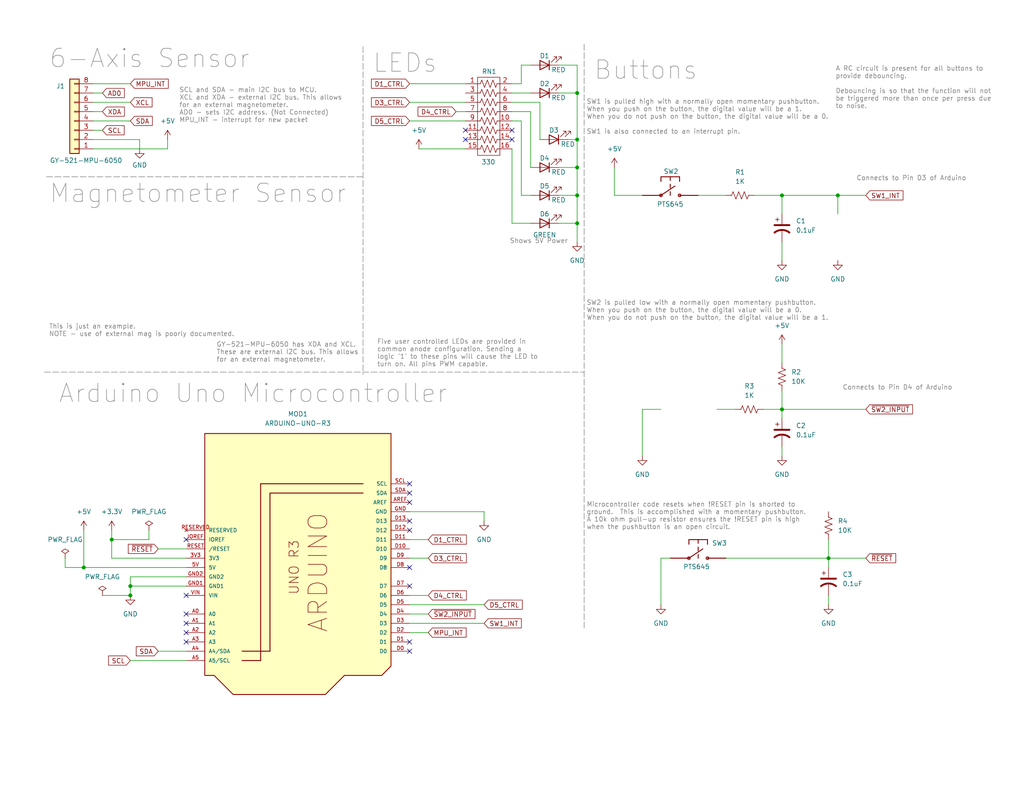
<source format=kicad_sch>
(kicad_sch (version 20230121) (generator eeschema)
  (paper "USLetter")
  (title_block (title "Week 3 Electrical Training Schematic") (date "2023-10-11") (rev "1.0") (company "RoboJackets"))
  (lib_symbols
    (symbol "Connector_Generic:Conn_01x08" (pin_names (offset 1.016) hide)
      (property "Reference" "J" (at 0 10.16 0))
      (property "Value" "Conn_01x08" (at 0 -12.7 0))
      (symbol "Conn_01x08_1_1"
        (rectangle (start -1.27 -10.033) (end 0 -10.287) (stroke (width 0.1524)))
        (rectangle (start -1.27 -7.493) (end 0 -7.747) (stroke (width 0.1524)))
        (rectangle (start -1.27 -4.953) (end 0 -5.207) (stroke (width 0.1524)))
        (rectangle (start -1.27 -2.413) (end 0 -2.667) (stroke (width 0.1524)))
        (rectangle (start -1.27 0.127) (end 0 -0.127) (stroke (width 0.1524)))
        (rectangle (start -1.27 2.667) (end 0 2.413) (stroke (width 0.1524)))
        (rectangle (start -1.27 5.207) (end 0 4.953) (stroke (width 0.1524)))
        (rectangle (start -1.27 7.747) (end 0 7.493) (stroke (width 0.1524)))
        (rectangle (start -1.27 8.89) (end 1.27 -11.43) (stroke (width 0.254)) (fill (type background)))
        (pin passive line (at -5.08 7.62 0) (length 3.81) (name "Pin_1") (number "1"))
        (pin passive line (at -5.08 5.08 0) (length 3.81) (name "Pin_2") (number "2"))
        (pin passive line (at -5.08 2.54 0) (length 3.81) (name "Pin_3") (number "3"))
        (pin passive line (at -5.08 0 0) (length 3.81) (name "Pin_4") (number "4"))
        (pin passive line (at -5.08 -2.54 0) (length 3.81) (name "Pin_5") (number "5"))
        (pin passive line (at -5.08 -5.08 0) (length 3.81) (name "Pin_6") (number "6"))
        (pin passive line (at -5.08 -7.62 0) (length 3.81) (name "Pin_7") (number "7"))
        (pin passive line (at -5.08 -10.16 0) (length 3.81) (name "Pin_8") (number "8"))
      )
    )
    (symbol "Device:C_Polarized_US" (pin_numbers hide) (pin_names (offset 0.254) hide)
      (property "Reference" "C" (at 0.635 2.54 0))
      (property "Value" "C_Polarized_US" (at 0.635 -2.54 0))
      (symbol "C_Polarized_US_0_1"
        (polyline (pts (xy -2.032 0.762) (xy 2.032 0.762)) (stroke (width 0.508)))
        (polyline (pts (xy -1.778 2.286) (xy -0.762 2.286)))
        (polyline (pts (xy -1.27 1.778) (xy -1.27 2.794)))
        (arc (start 2.032 -1.27) (mid 0 -0.5572) (end -2.032 -1.27) (stroke (width 0.508)))
      )
      (symbol "C_Polarized_US_1_1"
        (pin passive line (at 0 3.81 270) (length 2.794) (name "~") (number "1"))
        (pin passive line (at 0 -3.81 90) (length 3.302) (name "~") (number "2"))
      )
    )
    (symbol "Device:LED" (pin_numbers hide) (pin_names (offset 1.016) hide)
      (property "Reference" "D" (at 0 2.54 0))
      (property "Value" "LED" (at 0 -2.54 0))
      (symbol "LED_0_1"
        (polyline (pts (xy -1.27 -1.27) (xy -1.27 1.27)) (stroke (width 0.254)))
        (polyline (pts (xy -1.27 0) (xy 1.27 0)))
        (polyline (pts (xy 1.27 -1.27) (xy 1.27 1.27) (xy -1.27 0) (xy 1.27 -1.27)) (stroke (width 0.254)))
        (polyline (pts (xy -3.048 -0.762) (xy -4.572 -2.286) (xy -3.81 -2.286) (xy -4.572 -2.286) (xy -4.572 -1.524)))
        (polyline (pts (xy -1.778 -0.762) (xy -3.302 -2.286) (xy -2.54 -2.286) (xy -3.302 -2.286) (xy -3.302 -1.524)))
      )
      (symbol "LED_1_1"
        (pin passive line (at -3.81 0 0) (length 2.54) (name "K") (number "1"))
        (pin passive line (at 3.81 0 180) (length 2.54) (name "A") (number "2"))
      )
    )
    (symbol "Device:R_US" (pin_numbers hide) (pin_names (offset 0))
      (property "Reference" "R" (at 2.54 0 90))
      (property "Value" "R_US" (at -2.54 0 90))
      (symbol "R_US_0_1"
        (polyline (pts (xy 0 -2.286) (xy 0 -2.54)))
        (polyline (pts (xy 0 2.286) (xy 0 2.54)))
        (polyline (pts (xy 0 -0.762) (xy 1.016 -1.143) (xy 0 -1.524) (xy -1.016 -1.905) (xy 0 -2.286)))
        (polyline (pts (xy 0 0.762) (xy 1.016 0.381) (xy 0 0) (xy -1.016 -0.381) (xy 0 -0.762)))
        (polyline (pts (xy 0 2.286) (xy 1.016 1.905) (xy 0 1.524) (xy -1.016 1.143) (xy 0 0.762)))
      )
      (symbol "R_US_1_1"
        (pin passive line (at 0 3.81 270) (length 1.27) (name "~") (number "1"))
        (pin passive line (at 0 -3.81 90) (length 1.27) (name "~") (number "2"))
      )
    )
    (symbol "PTS645_2" (pin_names (offset 1.016))
      (property "Reference" "SW" (at -2.54 -2.54 0))
      (property "Value" "PTS645" (at 0.508 5.969 0))
      (symbol "PTS645_2_0_0"
        (circle (center -2.54 0) (radius 0.3592) (stroke (width 0.254)))
        (polyline (pts (xy -7.62 0) (xy -2.54 0)) (stroke (width 0.254)))
        (polyline (pts (xy -2.54 0) (xy 1.27 2.54)) (stroke (width 0.254)))
        (polyline (pts (xy -2.54 3.81) (xy -2.54 5.08)) (stroke (width 0.254)))
        (polyline (pts (xy -2.54 5.08) (xy 0 5.08)) (stroke (width 0.254)))
        (polyline (pts (xy 0 0) (xy 0 1.016)) (stroke (width 0.254)))
        (polyline (pts (xy 0 2.032) (xy 0 3.048)) (stroke (width 0.254)))
        (polyline (pts (xy 0 4.064) (xy 0 5.08)) (stroke (width 0.254)))
        (polyline (pts (xy 0 5.08) (xy 2.54 5.08)) (stroke (width 0.254)))
        (polyline (pts (xy 2.54 0) (xy 7.62 0)) (stroke (width 0.254)))
        (polyline (pts (xy 2.54 5.08) (xy 2.54 3.81)) (stroke (width 0.254)))
        (circle (center 2.54 0) (radius 0.3592) (stroke (width 0.254)))
      )
      (symbol "PTS645_2_1_0"
        (pin passive line (at -7.62 0 0) (length 5.08) hide (name "~") (number "1"))
        (pin passive line (at -7.62 0 0) (length 5.08) hide (name "~") (number "2"))
        (pin passive line (at 7.62 0 180) (length 5.08) hide (name "~") (number "3"))
        (pin passive line (at 7.62 0 180) (length 5.08) hide (name "~") (number "4"))
      )
    )
    (symbol "RoboJackets:ARDUINO-UNO-R3" (pin_names (offset 1.016))
      (property "Reference" "MOD" (at 30.861 -41.656 90))
      (property "Value" "ARDUINO-UNO-R3" (at -2.794 36.322 0))
      (symbol "ARDUINO-UNO-R3_0_0"
        (polyline (pts (xy -10.16 -27.94) (xy -15.24 -27.94)) (stroke (width 0.254)))
        (polyline (pts (xy -10.16 20.32) (xy -10.16 -27.94)) (stroke (width 0.254)))
        (polyline (pts (xy -7.62 -25.4) (xy -15.24 -25.4)) (stroke (width 0.254)))
        (polyline (pts (xy -7.62 17.78) (xy -7.62 -25.4)) (stroke (width 0.254)))
        (polyline (pts (xy 17.78 17.78) (xy -7.62 17.78)) (stroke (width 0.254)))
        (polyline (pts (xy 17.78 20.32) (xy -10.16 20.32)) (stroke (width 0.254)))
        (text "ARDUINO" (at 2.54 12.7 900) (effects (font (size 5.08 5.08)) (justify right top)))
        (text "UNO R3" (at -2.54 5.08 900) (effects (font (size 2.54 2.54)) (justify right top)))
        (pin power_in line (at -30.48 -2.54 0) (length 5.08) (name "5V") (number "5V"))
        (pin bidirectional line (at -30.48 -15.24 0) (length 5.08) (name "A0") (number "A0"))
        (pin bidirectional line (at -30.48 -17.78 0) (length 5.08) (name "A1") (number "A1"))
        (pin bidirectional line (at -30.48 -20.32 0) (length 5.08) (name "A2") (number "A2"))
        (pin bidirectional line (at -30.48 -22.86 0) (length 5.08) (name "A3") (number "A3"))
        (pin bidirectional line (at -30.48 -25.4 0) (length 5.08) (name "A4/SDA") (number "A4"))
        (pin bidirectional line (at -30.48 -27.94 0) (length 5.08) (name "A5/SCL") (number "A5"))
        (pin bidirectional line (at 30.48 15.24 180) (length 5.08) (name "AREF") (number "AREF"))
        (pin bidirectional line (at 30.48 -25.4 180) (length 5.08) (name "D0") (number "D0"))
        (pin bidirectional line (at 30.48 -22.86 180) (length 5.08) (name "D1") (number "D1"))
        (pin bidirectional line (at 30.48 2.54 180) (length 5.08) (name "D10") (number "D10"))
        (pin bidirectional line (at 30.48 5.08 180) (length 5.08) (name "D11") (number "D11"))
        (pin bidirectional line (at 30.48 7.62 180) (length 5.08) (name "D12") (number "D12"))
        (pin bidirectional line (at 30.48 10.16 180) (length 5.08) (name "D13") (number "D13"))
        (pin bidirectional line (at 30.48 -20.32 180) (length 5.08) (name "D2") (number "D2"))
        (pin bidirectional line (at 30.48 -17.78 180) (length 5.08) (name "D3") (number "D3"))
        (pin bidirectional line (at 30.48 -15.24 180) (length 5.08) (name "D4") (number "D4"))
        (pin bidirectional line (at 30.48 -12.7 180) (length 5.08) (name "D5") (number "D5"))
        (pin bidirectional line (at 30.48 -10.16 180) (length 5.08) (name "D6") (number "D6"))
        (pin bidirectional line (at 30.48 -7.62 180) (length 5.08) (name "D7") (number "D7"))
        (pin bidirectional line (at 30.48 -2.54 180) (length 5.08) (name "D8") (number "D8"))
        (pin bidirectional line (at 30.48 0 180) (length 5.08) (name "D9") (number "D9"))
        (pin power_in line (at 30.48 12.7 180) (length 5.08) (name "GND") (number "GND"))
        (pin power_in line (at -30.48 -7.62 0) (length 5.08) (name "GND1") (number "GND1"))
        (pin power_in line (at -30.48 -5.08 0) (length 5.08) (name "GND2") (number "GND2"))
        (pin output line (at -30.48 5.08 0) (length 5.08) (name "IOREF") (number "IOREF"))
        (pin no_connect line (at -30.48 7.62 0) (length 5.08) (name "RESERVED") (number "RESERVED"))
        (pin bidirectional line (at -30.48 2.54 0) (length 5.08) (name "/RESET") (number "RESET"))
        (pin bidirectional line (at 30.48 20.32 180) (length 5.08) (name "SCL") (number "SCL"))
        (pin bidirectional line (at 30.48 17.78 180) (length 5.08) (name "SDA") (number "SDA"))
        (pin power_in line (at -30.48 -10.16 0) (length 5.08) (name "VIN") (number "VIN"))
      )
      (symbol "ARDUINO-UNO-R3_1_0"
        (pin power_in line (at -30.48 0 0) (length 5.08) (name "3V3") (number "3V3"))
      )
      (symbol "ARDUINO-UNO-R3_1_1"
        (polyline (pts (xy 25.4 34.036) (xy -25.4 34.036) (xy -25.4 -32.004) (xy -22.86 -32.004) (xy -17.653 -37.211) (xy 7.493 -37.211) (xy 12.7 -32.004) (xy 22.86 -32.004) (xy 25.4 -29.464) (xy 25.4 34.036)) (stroke (width 0.254)) (fill (type background)))
      )
    )
    (symbol "RoboJackets:PTS645" (pin_names (offset 1.016))
      (property "Reference" "SW" (at -2.54 -2.54 0))
      (property "Value" "PTS645" (at 0.508 5.969 0))
      (symbol "PTS645_0_0"
        (circle (center -2.54 0) (radius 0.3592) (stroke (width 0.254)))
        (polyline (pts (xy -7.62 0) (xy -2.54 0)) (stroke (width 0.254)))
        (polyline (pts (xy -2.54 0) (xy 1.27 2.54)) (stroke (width 0.254)))
        (polyline (pts (xy -2.54 3.81) (xy -2.54 5.08)) (stroke (width 0.254)))
        (polyline (pts (xy -2.54 5.08) (xy 0 5.08)) (stroke (width 0.254)))
        (polyline (pts (xy 0 0) (xy 0 1.016)) (stroke (width 0.254)))
        (polyline (pts (xy 0 2.032) (xy 0 3.048)) (stroke (width 0.254)))
        (polyline (pts (xy 0 4.064) (xy 0 5.08)) (stroke (width 0.254)))
        (polyline (pts (xy 0 5.08) (xy 2.54 5.08)) (stroke (width 0.254)))
        (polyline (pts (xy 2.54 0) (xy 7.62 0)) (stroke (width 0.254)))
        (polyline (pts (xy 2.54 5.08) (xy 2.54 3.81)) (stroke (width 0.254)))
        (circle (center 2.54 0) (radius 0.3592) (stroke (width 0.254)))
      )
      (symbol "PTS645_1_0"
        (pin passive line (at -7.62 0 0) (length 5.08) hide (name "~") (number "1"))
        (pin passive line (at -7.62 0 0) (length 5.08) hide (name "~") (number "2"))
        (pin passive line (at 7.62 0 180) (length 5.08) hide (name "~") (number "3"))
        (pin passive line (at 7.62 0 180) (length 5.08) hide (name "~") (number "4"))
      )
    )
    (symbol "RoboJackets:R_Pack8_US"
      (property "Reference" "RN" (at 1.2192 2.794 0))
      (property "Value" "R_Pack8_US" (at 1.3208 -21.0566 0))
      (symbol "R_Pack8_US_0_1"
        (rectangle (start -1.778 1.778) (end 4.318 -19.558))
        (polyline (pts (xy -1.016 -17.78) (xy -1.27 -17.78)))
        (polyline (pts (xy -1.016 -15.24) (xy -1.27 -15.24)))
        (polyline (pts (xy -1.016 -12.7) (xy -1.27 -12.7)))
        (polyline (pts (xy -1.016 -10.16) (xy -1.27 -10.16)))
        (polyline (pts (xy -1.016 -7.62) (xy -1.27 -7.62)))
        (polyline (pts (xy -1.016 -5.08) (xy -1.27 -5.08)))
        (polyline (pts (xy -1.016 -2.54) (xy -1.27 -2.54)))
        (polyline (pts (xy -1.016 0) (xy -1.27 0)))
        (polyline (pts (xy 3.556 -17.78) (xy 3.81 -17.78)))
        (polyline (pts (xy 3.556 -15.24) (xy 3.81 -15.24)))
        (polyline (pts (xy 3.556 -12.7) (xy 3.81 -12.7)))
        (polyline (pts (xy 3.556 -10.16) (xy 3.81 -10.16)))
        (polyline (pts (xy 3.556 -7.62) (xy 3.81 -7.62)))
        (polyline (pts (xy 3.556 -5.08) (xy 3.81 -5.08)))
        (polyline (pts (xy 3.556 -2.54) (xy 3.81 -2.54)))
        (polyline (pts (xy 3.556 0) (xy 3.81 0)))
        (polyline (pts (xy -1.016 -17.78) (xy -0.635 -16.764) (xy -0.254 -17.78) (xy 0.127 -18.796) (xy 0.508 -17.78)))
        (polyline (pts (xy -1.016 -15.24) (xy -0.635 -14.224) (xy -0.254 -15.24) (xy 0.127 -16.256) (xy 0.508 -15.24)))
        (polyline (pts (xy -1.016 -12.7) (xy -0.635 -11.684) (xy -0.254 -12.7) (xy 0.127 -13.716) (xy 0.508 -12.7)))
        (polyline (pts (xy -1.016 -10.16) (xy -0.635 -9.144) (xy -0.254 -10.16) (xy 0.127 -11.176) (xy 0.508 -10.16)))
        (polyline (pts (xy -1.016 -7.62) (xy -0.635 -6.604) (xy -0.254 -7.62) (xy 0.127 -8.636) (xy 0.508 -7.62)))
        (polyline (pts (xy -1.016 -5.08) (xy -0.635 -4.064) (xy -0.254 -5.08) (xy 0.127 -6.096) (xy 0.508 -5.08)))
        (polyline (pts (xy -1.016 -2.54) (xy -0.635 -1.524) (xy -0.254 -2.54) (xy 0.127 -3.556) (xy 0.508 -2.54)))
        (polyline (pts (xy -1.016 0) (xy -0.635 1.016) (xy -0.254 0) (xy 0.127 -1.016) (xy 0.508 0)))
        (polyline (pts (xy 0.508 -17.78) (xy 0.889 -16.764) (xy 1.27 -17.78) (xy 1.651 -18.796) (xy 2.032 -17.78)))
        (polyline (pts (xy 0.508 -15.24) (xy 0.889 -14.224) (xy 1.27 -15.24) (xy 1.651 -16.256) (xy 2.032 -15.24)))
        (polyline (pts (xy 0.508 -12.7) (xy 0.889 -11.684) (xy 1.27 -12.7) (xy 1.651 -13.716) (xy 2.032 -12.7)))
        (polyline (pts (xy 0.508 -10.16) (xy 0.889 -9.144) (xy 1.27 -10.16) (xy 1.651 -11.176) (xy 2.032 -10.16)))
        (polyline (pts (xy 0.508 -7.62) (xy 0.889 -6.604) (xy 1.27 -7.62) (xy 1.651 -8.636) (xy 2.032 -7.62)))
        (polyline (pts (xy 0.508 -5.08) (xy 0.889 -4.064) (xy 1.27 -5.08) (xy 1.651 -6.096) (xy 2.032 -5.08)))
        (polyline (pts (xy 0.508 -2.54) (xy 0.889 -1.524) (xy 1.27 -2.54) (xy 1.651 -3.556) (xy 2.032 -2.54)))
        (polyline (pts (xy 0.508 0) (xy 0.889 1.016) (xy 1.27 0) (xy 1.651 -1.016) (xy 2.032 0)))
        (polyline (pts (xy 2.032 -17.78) (xy 2.413 -16.764) (xy 2.794 -17.78) (xy 3.175 -18.796) (xy 3.556 -17.78)))
        (polyline (pts (xy 2.032 -15.24) (xy 2.413 -14.224) (xy 2.794 -15.24) (xy 3.175 -16.256) (xy 3.556 -15.24)))
        (polyline (pts (xy 2.032 -12.7) (xy 2.413 -11.684) (xy 2.794 -12.7) (xy 3.175 -13.716) (xy 3.556 -12.7)))
        (polyline (pts (xy 2.032 -10.16) (xy 2.413 -9.144) (xy 2.794 -10.16) (xy 3.175 -11.176) (xy 3.556 -10.16)))
        (polyline (pts (xy 2.032 -7.62) (xy 2.413 -6.604) (xy 2.794 -7.62) (xy 3.175 -8.636) (xy 3.556 -7.62)))
        (polyline (pts (xy 2.032 -5.08) (xy 2.413 -4.064) (xy 2.794 -5.08) (xy 3.175 -6.096) (xy 3.556 -5.08)))
        (polyline (pts (xy 2.032 -2.54) (xy 2.413 -1.524) (xy 2.794 -2.54) (xy 3.175 -3.556) (xy 3.556 -2.54)))
        (polyline (pts (xy 2.032 0) (xy 2.413 1.016) (xy 2.794 0) (xy 3.175 -1.016) (xy 3.556 0)))
      )
      (symbol "R_Pack8_US_1_1"
        (pin passive line (at -5.08 0 0) (length 3.81) (name "~") (number "1"))
        (pin passive line (at 7.62 -10.16 180) (length 3.81) (name "~") (number "10"))
        (pin passive line (at -5.08 -12.7 0) (length 3.81) (name "~") (number "11"))
        (pin passive line (at 7.62 -12.7 180) (length 3.81) (name "~") (number "12"))
        (pin passive line (at -5.08 -15.24 0) (length 3.81) (name "~") (number "13"))
        (pin passive line (at 7.62 -15.24 180) (length 3.81) (name "~") (number "14"))
        (pin passive line (at -5.08 -17.78 0) (length 3.81) (name "~") (number "15"))
        (pin passive line (at 7.62 -17.78 180) (length 3.81) (name "~") (number "16"))
        (pin passive line (at 7.62 0 180) (length 3.81) (name "~") (number "2"))
        (pin passive line (at -5.08 -2.54 0) (length 3.81) (name "~") (number "3"))
        (pin passive line (at 7.62 -2.54 180) (length 3.81) (name "~") (number "4"))
        (pin passive line (at -5.08 -5.08 0) (length 3.81) (name "~") (number "5"))
        (pin passive line (at 7.62 -5.08 180) (length 3.81) (name "~") (number "6"))
        (pin passive line (at -5.08 -7.62 0) (length 3.81) (name "~") (number "7"))
        (pin passive line (at 7.62 -7.62 180) (length 3.81) (name "~") (number "8"))
        (pin passive line (at -5.08 -10.16 0) (length 3.81) (name "~") (number "9"))
      )
    )
    (symbol "power:+3.3V" (power) (pin_names (offset 0))
      (property "Value" "+3.3V" (at 0 3.556 0))
      (symbol "+3.3V_0_1"
        (polyline (pts (xy -0.762 1.27) (xy 0 2.54)))
        (polyline (pts (xy 0 0) (xy 0 2.54)))
        (polyline (pts (xy 0 2.54) (xy 0.762 1.27)))
      )
      (symbol "+3.3V_1_1"
        (pin power_in line (at 0 0 90) (length 0) hide (name "+3.3V") (number "1"))
      )
    )
    (symbol "power:+5V" (power) (pin_names (offset 0))
      (property "Value" "+5V" (at 0 3.556 0))
      (symbol "+5V_0_1"
        (polyline (pts (xy -0.762 1.27) (xy 0 2.54)))
        (polyline (pts (xy 0 0) (xy 0 2.54)))
        (polyline (pts (xy 0 2.54) (xy 0.762 1.27)))
      )
      (symbol "+5V_1_1"
        (pin power_in line (at 0 0 90) (length 0) hide (name "+5V") (number "1"))
      )
    )
    (symbol "power:GND" (power) (pin_names (offset 0))
      (property "Value" "GND" (at 0 -3.81 0))
      (symbol "GND_0_1"
        (polyline (pts (xy 0 0) (xy 0 -1.27) (xy 1.27 -1.27) (xy 0 -2.54) (xy -1.27 -1.27) (xy 0 -1.27)))
      )
      (symbol "GND_1_1"
        (pin power_in line (at 0 0 270) (length 0) hide (name "GND") (number "1"))
      )
    )
    (symbol "power:PWR_FLAG" (power) (pin_numbers hide) (pin_names (offset 0) hide)
      (property "Value" "PWR_FLAG" (at 0 3.81 0))
      (symbol "PWR_FLAG_0_0"
        (pin power_out line (at 0 0 90) (length 0) (name "pwr") (number "1"))
      )
      (symbol "PWR_FLAG_0_1"
        (polyline (pts (xy 0 0) (xy 0 1.27) (xy -1.016 1.905) (xy 0 2.54) (xy 1.016 1.905) (xy 0 1.27)))
      )
    )
  )
  (junction (at 22.86 154.94))
  (junction (at 213.36 111.76))
  (junction (at 157.48 53.34))
  (junction (at 35.56 162.56))
  (junction (at 157.48 45.72))
  (junction (at 226.06 152.4))
  (junction (at 157.48 38.1))
  (junction (at 213.36 53.34))
  (junction (at 157.48 60.96))
  (junction (at 35.56 160.02))
  (junction (at 157.48 25.4))
  (junction (at 228.6 53.34))
  (junction (at 30.48 147.32))
  (no_connect (at 111.76 134.62))
  (no_connect (at 50.8 175.26))
  (no_connect (at 127 35.56))
  (no_connect (at 139.7 38.1))
  (no_connect (at 50.8 167.64))
  (no_connect (at 111.76 142.24))
  (no_connect (at 111.76 177.8))
  (no_connect (at 111.76 160.02))
  (no_connect (at 111.76 137.16))
  (no_connect (at 50.8 170.18))
  (no_connect (at 139.7 35.56))
  (no_connect (at 50.8 162.56))
  (no_connect (at 111.76 175.26))
  (no_connect (at 50.8 147.32))
  (no_connect (at 111.76 144.78))
  (no_connect (at 111.76 132.08))
  (no_connect (at 50.8 172.72))
  (no_connect (at 111.76 154.94))
  (no_connect (at 127 38.1))
  (wire (pts (xy 27.94 162.56) (xy 35.56 162.56)))
  (wire (pts (xy 175.26 111.76) (xy 175.26 124.46)))
  (wire (pts (xy 30.48 152.4) (xy 30.48 147.32)))
  (wire (pts (xy 157.48 60.96) (xy 157.48 66.04)))
  (wire (pts (xy 111.76 172.72) (xy 116.84 172.72)))
  (wire (pts (xy 142.24 22.86) (xy 139.7 22.86)))
  (wire (pts (xy 127 40.64) (xy 114.3 40.64)))
  (wire (pts (xy 213.36 106.68) (xy 213.36 111.76)))
  (wire (pts (xy 111.76 147.32) (xy 116.84 147.32)))
  (wire (pts (xy 124.46 30.48) (xy 127 30.48)))
  (wire (pts (xy 144.78 30.48) (xy 139.7 30.48)))
  (wire (pts (xy 35.56 157.48) (xy 50.8 157.48)))
  (wire (pts (xy 35.56 157.48) (xy 35.56 160.02)))
  (wire (pts (xy 25.4 33.02) (xy 35.56 33.02)))
  (wire (pts (xy 25.4 35.56) (xy 27.94 35.56)))
  (wire (pts (xy 22.86 154.94) (xy 22.86 144.78)))
  (wire (pts (xy 25.4 40.64) (xy 45.72 40.64)))
  (wire (pts (xy 152.4 53.34) (xy 157.48 53.34)))
  (polyline (pts (xy 159.385 12.065) (xy 159.385 171.831)) (stroke (width 0) (type dash) (color 128 128 128 1)))
  (wire (pts (xy 175.26 111.76) (xy 180.34 111.76)))
  (wire (pts (xy 111.76 22.86) (xy 127 22.86)))
  (wire (pts (xy 180.34 152.4) (xy 180.34 165.1)))
  (wire (pts (xy 142.24 17.78) (xy 144.78 17.78)))
  (wire (pts (xy 139.7 25.4) (xy 144.78 25.4)))
  (wire (pts (xy 226.06 162.56) (xy 226.06 165.1)))
  (wire (pts (xy 139.7 60.96) (xy 139.7 40.64)))
  (wire (pts (xy 111.76 27.94) (xy 127 27.94)))
  (wire (pts (xy 25.4 27.94) (xy 35.56 27.94)))
  (wire (pts (xy 144.78 60.96) (xy 139.7 60.96)))
  (wire (pts (xy 226.06 152.4) (xy 236.22 152.4)))
  (wire (pts (xy 35.56 160.02) (xy 35.56 162.56)))
  (wire (pts (xy 213.36 53.34) (xy 213.36 58.42)))
  (wire (pts (xy 111.76 165.1) (xy 132.08 165.1)))
  (wire (pts (xy 17.78 152.4) (xy 17.78 154.94)))
  (wire (pts (xy 190.5 53.34) (xy 198.12 53.34)))
  (wire (pts (xy 111.76 170.18) (xy 132.08 170.18)))
  (wire (pts (xy 213.36 53.34) (xy 228.6 53.34)))
  (wire (pts (xy 167.64 45.72) (xy 167.64 53.34)))
  (wire (pts (xy 208.28 111.76) (xy 213.36 111.76)))
  (wire (pts (xy 43.18 149.86) (xy 50.8 149.86)))
  (wire (pts (xy 17.78 154.94) (xy 22.86 154.94)))
  (wire (pts (xy 213.36 121.92) (xy 213.36 124.46)))
  (wire (pts (xy 226.06 147.32) (xy 226.06 152.4)))
  (wire (pts (xy 157.48 38.1) (xy 157.48 45.72)))
  (wire (pts (xy 198.12 152.4) (xy 226.06 152.4)))
  (wire (pts (xy 35.56 160.02) (xy 50.8 160.02)))
  (wire (pts (xy 157.48 17.78) (xy 152.4 17.78)))
  (wire (pts (xy 25.4 25.4) (xy 27.94 25.4)))
  (wire (pts (xy 152.4 45.72) (xy 157.48 45.72)))
  (polyline (pts (xy 12.7 48.26) (xy 99.06 48.26)) (stroke (width 0) (type dash) (color 128 128 128 1)))
  (polyline (pts (xy 12.065 101.6) (xy 159.385 101.6)) (stroke (width 0) (type dash) (color 128 128 128 1)))
  (wire (pts (xy 213.36 66.04) (xy 213.36 71.12)))
  (wire (pts (xy 144.78 53.34) (xy 142.24 53.34)))
  (wire (pts (xy 167.64 53.34) (xy 175.26 53.34)))
  (wire (pts (xy 142.24 17.78) (xy 142.24 22.86)))
  (wire (pts (xy 30.48 147.32) (xy 30.48 144.78)))
  (wire (pts (xy 45.72 40.64) (xy 45.72 38.1)))
  (wire (pts (xy 157.48 45.72) (xy 157.48 53.34)))
  (wire (pts (xy 111.76 162.56) (xy 116.84 162.56)))
  (wire (pts (xy 152.4 25.4) (xy 157.48 25.4)))
  (wire (pts (xy 111.76 33.02) (xy 127 33.02)))
  (wire (pts (xy 154.94 38.1) (xy 157.48 38.1)))
  (wire (pts (xy 226.06 152.4) (xy 226.06 154.94)))
  (wire (pts (xy 144.78 45.72) (xy 144.78 30.48)))
  (wire (pts (xy 132.08 139.7) (xy 132.08 142.24)))
  (wire (pts (xy 228.6 53.34) (xy 236.22 53.34)))
  (wire (pts (xy 195.58 111.76) (xy 200.66 111.76)))
  (wire (pts (xy 111.76 152.4) (xy 116.84 152.4)))
  (wire (pts (xy 213.36 111.76) (xy 213.36 114.3)))
  (wire (pts (xy 228.6 53.34) (xy 228.6 58.42)))
  (wire (pts (xy 213.36 111.76) (xy 236.22 111.76)))
  (wire (pts (xy 142.24 33.02) (xy 139.7 33.02)))
  (wire (pts (xy 25.4 22.86) (xy 35.56 22.86)))
  (wire (pts (xy 142.24 53.34) (xy 142.24 33.02)))
  (wire (pts (xy 111.76 167.64) (xy 116.84 167.64)))
  (wire (pts (xy 43.18 177.8) (xy 50.8 177.8)))
  (wire (pts (xy 30.48 152.4) (xy 50.8 152.4)))
  (polyline (pts (xy 99.06 12.7) (xy 99.06 102.235)) (stroke (width 0) (type dash) (color 128 128 128 1)))
  (wire (pts (xy 25.4 38.1) (xy 38.1 38.1)))
  (wire (pts (xy 111.76 139.7) (xy 132.08 139.7)))
  (wire (pts (xy 40.64 144.78) (xy 40.64 147.32)))
  (wire (pts (xy 147.32 27.94) (xy 147.32 38.1)))
  (wire (pts (xy 25.4 30.48) (xy 27.94 30.48)))
  (wire (pts (xy 152.4 60.96) (xy 157.48 60.96)))
  (wire (pts (xy 157.48 53.34) (xy 157.48 60.96)))
  (wire (pts (xy 157.48 25.4) (xy 157.48 17.78)))
  (wire (pts (xy 205.74 53.34) (xy 213.36 53.34)))
  (wire (pts (xy 35.56 180.34) (xy 50.8 180.34)))
  (wire (pts (xy 182.88 152.4) (xy 180.34 152.4)))
  (wire (pts (xy 40.64 147.32) (xy 30.48 147.32)))
  (wire (pts (xy 157.48 25.4) (xy 157.48 38.1)))
  (wire (pts (xy 147.32 27.94) (xy 139.7 27.94)))
  (wire (pts (xy 38.1 38.1) (xy 38.1 40.64)))
  (wire (pts (xy 213.36 93.98) (xy 213.36 99.06)))
  (wire (pts (xy 22.86 154.94) (xy 50.8 154.94)))
  (text "Magnetometer Sensor" (at 13.335 55.88 0) (effects (font (size 5 5)) (justify left bottom)))
  (text "Shows 5V Power" (at 139.065 66.675 0) (effects (font (size 1.27 1.27)) (justify left bottom)))
  (text "SW1 is pulled high with a normally open momentary pushbutton. \nWhen you push on the button, the digital value will be a 1.\nWhen you do not push on the button, the digital value will be a 0.\n\nSW1 is also connected to an interrupt pin." (at 160.02 36.83 0) (effects (font (size 1.27 1.27)) (justify left bottom)))
  (text "Buttons" (at 161.925 22.225 0) (effects (font (size 5 5)) (justify left bottom)))
  (text "Arduino Uno Microcontroller" (at 15.875 110.49 0) (effects (font (size 5 5)) (justify left bottom)))
  (text "This is just an example.\nNOTE - use of external mag is poorly documented." (at 13.335 92.075 0) (effects (font (size 1.27 1.27)) (justify left bottom)))
  (text "GY-521-MPU-6050 has XDA and XCL. \nThese are external I2C bus. This allows \nfor an external magnetometer." (at 59.055 99.06 0) (effects (font (size 1.27 1.27)) (justify left bottom)))
  (text "LEDs" (at 101.6 20.32 0) (effects (font (size 5 5)) (justify left bottom)))
  (text "A RC circuit is present for all buttons to \nprovide debouncing.\n\nDebouncing is so that the function will not \nbe triggered more than once per press due \nto noise." (at 227.965 29.845 0) (effects (font (size 1.27 1.27)) (justify left bottom)))
  (text "6-Axis Sensor" (at 13.335 19.05 0) (effects (font (size 5 5)) (justify left bottom)))
  (text "Connects to Pin D3 of Arduino" (at 233.68 49.53 0) (effects (font (size 1.27 1.27)) (justify left bottom)))
  (text "SCL and SDA - main I2C bus to MCU. \nXCL and XDA - external I2C bus. This allows \nfor an external magnetometer.\nAD0 - sets I2C address. (Not Connected)\nMPU_INT - interrupt for new packet" (at 48.895 33.655 0) (effects (font (size 1.27 1.27)) (justify left bottom)))
  (text "Five user controlled LEDs are provided in \ncommon anode configuration. Sending a \nlogic '1' to these pins will cause the LED to\nturn on. All pins PWM capable." (at 102.87 100.33 0) (effects (font (size 1.27 1.27)) (justify left bottom)))
  (text "Connects to Pin D4 of Arduino" (at 229.87 106.68 0) (effects (font (size 1.27 1.27)) (justify left bottom)))
  (text "SW2 is pulled low with a normally open momentary pushbutton. \nWhen you push on the button, the digital value will be a 0.\nWhen you do not push on the button, the digital value will be a 1." (at 160.02 87.63 0) (effects (font (size 1.27 1.27)) (justify left bottom)))
  (text "Microcontroller code resets when !RESET pin is shorted to\nground.  This is accomplished with a momentary pushbutton. \nA 10k ohm pull-up resistor ensures the !RESET pin is high\nwhen the pushbutton is an open circuit." (at 160.02 144.78 0) (effects (font (size 1.27 1.27)) (justify left bottom)))
  (global_label "D3_CTRL" (shape input) (at 111.76 27.94 180) (property "Intersheetrefs" "${INTERSHEET_REFS}" (effects hide)))
  (global_label "D4_CTRL" (shape input) (at 116.84 162.56 0) (property "Intersheetrefs" "${INTERSHEET_REFS}" (effects hide)))
  (global_label "SCL" (shape input) (at 27.94 35.56 0) (property "Intersheetrefs" "${INTERSHEET_REFS}" (effects hide)))
  (global_label "~{SW2_INPUT}" (shape input) (at 116.84 167.64 0) (property "Intersheetrefs" "${INTERSHEET_REFS}" (effects hide)))
  (global_label "D1_CTRL" (shape input) (at 116.84 147.32 0) (property "Intersheetrefs" "${INTERSHEET_REFS}" (effects hide)))
  (global_label "SDA" (shape input) (at 35.56 33.02 0) (property "Intersheetrefs" "${INTERSHEET_REFS}" (effects hide)))
  (global_label "D1_CTRL" (shape input) (at 111.76 22.86 180) (property "Intersheetrefs" "${INTERSHEET_REFS}" (effects hide)))
  (global_label "D4_CTRL" (shape input) (at 124.46 30.48 180) (property "Intersheetrefs" "${INTERSHEET_REFS}" (effects hide)))
  (global_label "SW1_INT" (shape input) (at 132.08 170.18 0) (property "Intersheetrefs" "${INTERSHEET_REFS}" (effects hide)))
  (global_label "D5_CTRL" (shape input) (at 132.08 165.1 0) (property "Intersheetrefs" "${INTERSHEET_REFS}" (effects hide)))
  (global_label "D3_CTRL" (shape input) (at 116.84 152.4 0) (property "Intersheetrefs" "${INTERSHEET_REFS}" (effects hide)))
  (global_label "SW1_INT" (shape input) (at 236.22 53.34 0) (property "Intersheetrefs" "${INTERSHEET_REFS}" (effects hide)))
  (global_label "MPU_INT" (shape input) (at 35.56 22.86 0) (property "Intersheetrefs" "${INTERSHEET_REFS}" (effects hide)))
  (global_label "SCL" (shape input) (at 35.56 180.34 180) (property "Intersheetrefs" "${INTERSHEET_REFS}" (effects hide)))
  (global_label "AD0" (shape input) (at 27.94 25.4 0) (property "Intersheetrefs" "${INTERSHEET_REFS}" (effects hide)))
  (global_label "XCL" (shape input) (at 35.56 27.94 0) (property "Intersheetrefs" "${INTERSHEET_REFS}" (effects hide)))
  (global_label "SDA" (shape input) (at 43.18 177.8 180) (property "Intersheetrefs" "${INTERSHEET_REFS}" (effects hide)))
  (global_label "~{SW2_INPUT}" (shape input) (at 236.22 111.76 0) (property "Intersheetrefs" "${INTERSHEET_REFS}" (effects hide)))
  (global_label "~{RESET}" (shape input) (at 43.18 149.86 180) (property "Intersheetrefs" "${INTERSHEET_REFS}" (effects hide)))
  (global_label "~{RESET}" (shape input) (at 236.22 152.4 0) (property "Intersheetrefs" "${INTERSHEET_REFS}" (effects hide)))
  (global_label "MPU_INT" (shape input) (at 116.84 172.72 0) (property "Intersheetrefs" "${INTERSHEET_REFS}" (effects hide)))
  (global_label "XDA" (shape input) (at 27.94 30.48 0) (property "Intersheetrefs" "${INTERSHEET_REFS}" (effects hide)))
  (global_label "D5_CTRL" (shape input) (at 111.76 33.02 180) (property "Intersheetrefs" "${INTERSHEET_REFS}" (effects hide)))
  (symbol (lib_id "power:GND") (at 180.34 165.1 0) (unit 1)
    (property "Reference" "#PWR07" (effects hide))
    (property "Value" "GND" (at 180.34 170.18 0))
  )
  (symbol (lib_id "power:GND") (at 228.6 71.12 0) (unit 1)
    (property "Reference" "#PWR03" (effects hide))
    (property "Value" "GND" (at 228.6 76.2 0))
  )
  (symbol (lib_id "power:PWR_FLAG") (at 27.94 162.56 0) (unit 1)
    (property "Reference" "#FLG03" (effects hide))
    (property "Value" "PWR_FLAG" (at 27.94 157.48 0))
  )
  (symbol (lib_id "Device:R_US") (at 226.06 143.51 0) (unit 1)
    (property "Reference" "R4" (at 228.6 142.24 0) (effects (justify left)))
    (property "Value" "10K" (at 228.6 144.78 0) (effects (justify left)))
  )
  (symbol (lib_id "power:GND") (at 132.08 142.24 0) (unit 1)
    (property "Reference" "#PWR020" (effects hide))
    (property "Value" "GND" (at 132.08 147.32 0))
  )
  (symbol (lib_id "power:PWR_FLAG") (at 17.78 152.4 0) (unit 1)
    (property "Reference" "#FLG01" (effects hide))
    (property "Value" "PWR_FLAG" (at 17.78 147.32 0))
  )
  (symbol (lib_id "Device:LED") (at 148.59 17.78 180) (unit 1)
    (property "Reference" "D1" (at 148.59 15.24 0))
    (property "Value" "RED" (at 152.4 19.05 0))
  )
  (symbol (lib_id "Device:C_Polarized_US") (at 213.36 118.11 0) (unit 1)
    (property "Reference" "C2" (at 217.17 116.205 0) (effects (justify left)))
    (property "Value" "0.1uF" (at 217.17 118.745 0) (effects (justify left)))
  )
  (symbol (lib_id "Device:LED") (at 148.59 45.72 180) (unit 1)
    (property "Reference" "D4" (at 148.59 43.18 0))
    (property "Value" "RED" (at 152.4 46.99 0))
  )
  (symbol (lib_id "power:+5V") (at 114.3 40.64 0) (unit 1)
    (property "Reference" "#PWR013" (effects hide))
    (property "Value" "+5V" (at 114.3 35.56 0))
  )
  (symbol (lib_id "RoboJackets:ARDUINO-UNO-R3") (at 81.28 152.4 0) (unit 1)
    (property "Reference" "MOD1" (at 81.28 113.03 0))
    (property "Value" "ARDUINO-UNO-R3" (at 81.28 115.57 0))
    (property "Footprint" "ARDUINO-UNO-R3:ARDUINO-UNO-R3" (effects hide))
    (property "MF" "Velleman" (effects hide))
    (property "Description" "\nARDUINO UNO REV.3 / BOX (CARTON)\n" (effects hide))
    (property "Package" "Non-Standard Arduino" (effects hide))
    (property "Price" "None" (effects hide))
    (property "SnapEDA_Link" "https://www.snapeda.com/parts/ARDUINO-UNO-R3/Velleman/view-part/?ref=snap" (effects hide))
    (property "MP" "ARDUINO-UNO-R3" (effects hide))
    (property "Availability" "Not in stock" (effects hide))
    (property "Check_prices" "https://www.snapeda.com/parts/ARDUINO-UNO-R3/Velleman/view-part/?ref=eda" (effects hide))
  )
  (symbol (lib_name "PTS645_2") (lib_id "RoboJackets:PTS645") (at 182.88 53.34 0) (unit 1)
    (property "Reference" "SW2" (at 181.0414 46.7994 0) (effects (justify left)))
    (property "Value" "PTS645" (at 179.2329 55.7512 0) (effects (justify left)))
    (property "MF" "C&K" (effects hide))
    (property "Description" "\nTactile Switch SPST-NO Top Actuated Surface Mount\n" (effects hide))
    (property "Package" "None" (effects hide))
    (property "Price" "None" (effects hide))
    (property "SnapEDA_Link" "https://www.snapeda.com/parts/PTS645SM43SMTR/C%2526K/view-part/?ref=snap" (effects hide))
    (property "MP" "PTS645" (effects hide))
    (property "Purchase-URL" "https://www.snapeda.com/api/url_track_click_mouser/?unipart_id=587816&manufacturer=C&amp;K&part_name=PTS645SM43SMTR&search_term=pts645" (effects hide))
    (property "DIGIKEY" "CKN9112CT-ND" (effects hide))
    (property "Availability" "In Stock" (effects hide))
    (property "Check_prices" "https://www.snapeda.com/parts/PTS645SM43SMTR/C%2526K/view-part/?ref=eda" (effects hide))
  )
  (symbol (lib_id "power:GND") (at 226.06 165.1 0) (unit 1)
    (property "Reference" "#PWR08" (effects hide))
    (property "Value" "GND" (at 226.06 170.18 0))
  )
  (symbol (lib_id "Device:LED") (at 148.59 53.34 180) (unit 1)
    (property "Reference" "D5" (at 148.59 50.8 0))
    (property "Value" "RED" (at 152.4 54.61 0))
  )
  (symbol (lib_id "Device:C_Polarized_US") (at 226.06 158.75 0) (unit 1)
    (property "Reference" "C3" (at 229.87 156.845 0) (effects (justify left)))
    (property "Value" "0.1uF" (at 229.87 159.385 0) (effects (justify left)))
  )
  (symbol (lib_id "power:+5V") (at 213.36 93.98 0) (unit 1)
    (property "Reference" "#PWR04" (effects hide))
    (property "Value" "+5V" (at 213.36 88.9 0))
  )
  (symbol (lib_id "Device:LED") (at 148.59 25.4 180) (unit 1)
    (property "Reference" "D2" (at 148.59 22.86 0))
    (property "Value" "RED" (at 152.4 26.67 0))
  )
  (symbol (lib_id "power:GND") (at 38.1 40.64 0) (unit 1)
    (property "Reference" "#PWR014" (effects hide))
    (property "Value" "GND" (at 38.1 45.085 0))
  )
  (symbol (lib_id "Device:LED") (at 148.59 60.96 180) (unit 1)
    (property "Reference" "D6" (at 148.59 58.42 0))
    (property "Value" "GREEN" (at 148.59 64.135 0))
  )
  (symbol (lib_id "Device:LED") (at 151.13 38.1 180) (unit 1)
    (property "Reference" "D3" (at 151.13 35.56 0))
    (property "Value" "RED" (at 154.94 39.37 0))
  )
  (symbol (lib_id "power:+5V") (at 167.64 45.72 0) (unit 1)
    (property "Reference" "#PWR01" (effects hide))
    (property "Value" "+5V" (at 167.64 40.64 0))
  )
  (symbol (lib_id "Device:R_US") (at 204.47 111.76 90) (unit 1)
    (property "Reference" "R3" (at 204.47 105.41 90))
    (property "Value" "1K" (at 204.47 107.95 90))
  )
  (symbol (lib_id "power:GND") (at 213.36 124.46 0) (unit 1)
    (property "Reference" "#PWR05" (effects hide))
    (property "Value" "GND" (at 213.36 129.54 0))
  )
  (symbol (lib_id "RoboJackets:R_Pack8_US") (at 132.08 22.86 0) (unit 1)
    (property "Reference" "RN1" (at 133.4924 19.5373 0))
    (property "Value" "330" (at 133.2637 44.2317 0))
  )
  (symbol (lib_id "power:GND") (at 35.56 162.56 0) (unit 1)
    (property "Reference" "#PWR09" (effects hide))
    (property "Value" "GND" (at 35.56 167.64 0))
  )
  (symbol (lib_id "Device:R_US") (at 201.93 53.34 90) (unit 1)
    (property "Reference" "R1" (at 201.93 46.99 90))
    (property "Value" "1K" (at 201.93 49.53 90))
  )
  (symbol (lib_id "RoboJackets:PTS645") (at 190.5 152.4 0) (unit 1)
    (property "Reference" "SW3" (at 194.2604 148.2869 0) (effects (justify left)))
    (property "Value" "PTS645" (at 186.4089 154.7333 0) (effects (justify left)))
    (property "MF" "C&K" (effects hide))
    (property "Description" "\nTactile Switch SPST-NO Top Actuated Surface Mount\n" (effects hide))
    (property "Package" "None" (effects hide))
    (property "Price" "None" (effects hide))
    (property "SnapEDA_Link" "https://www.snapeda.com/parts/PTS645SM43SMTR/C%2526K/view-part/?ref=snap" (effects hide))
    (property "MP" "PTS645" (effects hide))
    (property "Purchase-URL" "https://www.snapeda.com/api/url_track_click_mouser/?unipart_id=587816&manufacturer=C&amp;K&part_name=PTS645SM43SMTR&search_term=pts645" (effects hide))
    (property "DIGIKEY" "CKN9112CT-ND" (effects hide))
    (property "Availability" "In Stock" (effects hide))
    (property "Check_prices" "https://www.snapeda.com/parts/PTS645SM43SMTR/C%2526K/view-part/?ref=eda" (effects hide))
  )
  (symbol (lib_id "power:GND") (at 157.48 66.04 0) (unit 1)
    (property "Reference" "#PWR012" (effects hide))
    (property "Value" "GND" (at 157.48 71.12 0))
  )
  (symbol (lib_id "Connector_Generic:Conn_01x08") (at 20.32 33.02 180) (unit 1)
    (property "Reference" "J1" (at 16.51 23.495 0))
    (property "Value" "GY-521-MPU-6050" (at 23.495 43.815 0))
  )
  (symbol (lib_id "Device:C_Polarized_US") (at 213.36 62.23 0) (unit 1)
    (property "Reference" "C1" (at 217.17 60.325 0) (effects (justify left)))
    (property "Value" "0.1uF" (at 217.17 62.865 0) (effects (justify left)))
  )
  (symbol (lib_id "power:+5V") (at 22.86 144.78 0) (unit 1)
    (property "Reference" "#PWR010" (effects hide))
    (property "Value" "+5V" (at 22.86 139.7 0))
  )
  (symbol (lib_id "power:+5V") (at 45.72 38.1 0) (unit 1)
    (property "Reference" "#PWR015" (effects hide))
    (property "Value" "+5V" (at 45.72 33.02 0))
  )
  (symbol (lib_id "Device:R_US") (at 213.36 102.87 0) (unit 1)
    (property "Reference" "R2" (at 215.9 101.6 0) (effects (justify left)))
    (property "Value" "10K" (at 215.9 104.14 0) (effects (justify left)))
  )
  (symbol (lib_id "power:+3.3V") (at 30.48 144.78 0) (unit 1)
    (property "Reference" "#PWR011" (effects hide))
    (property "Value" "+3.3V" (at 30.48 139.7 0))
  )
  (symbol (lib_id "power:GND") (at 213.36 71.12 0) (unit 1)
    (property "Reference" "#PWR02" (effects hide))
    (property "Value" "GND" (at 213.36 76.2 0))
  )
  (symbol (lib_id "power:PWR_FLAG") (at 40.64 144.78 0) (unit 1)
    (property "Reference" "#FLG02" (effects hide))
    (property "Value" "PWR_FLAG" (at 40.64 139.7 0))
  )
  (symbol (lib_id "power:GND") (at 175.26 124.46 0) (unit 1)
    (property "Reference" "#PWR06" (effects hide))
    (property "Value" "GND" (at 175.26 129.54 0))
  )
)
</source>
